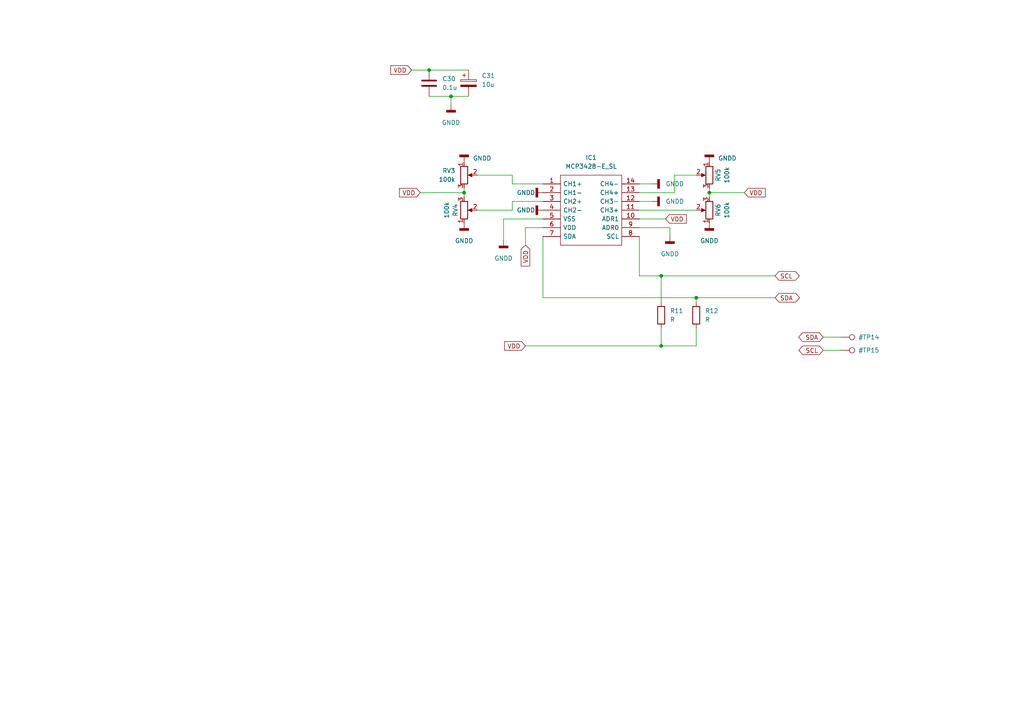
<source format=kicad_sch>
(kicad_sch (version 20211123) (generator eeschema)
  (paper "A4")
  (title_block (title "Control Stage") (date "2022-11-15") (rev "1"))
  (lib_symbols
    (symbol "Connector:TestPoint" (pin_numbers hide) (pin_names (offset 0.762) hide)
      (property "Reference" "TP" (at 0 6.858 0))
      (property "Value" "TestPoint" (at 0 5.08 0))
      (symbol "TestPoint_0_1"
        (circle (center 0 3.302) (radius 0.762))
      )
      (symbol "TestPoint_1_1"
        (pin passive line (at 0 0 90) (length 2.54) (name "1") (number "1"))
      )
    )
    (symbol "Device:C" (pin_numbers hide) (pin_names (offset 0.254))
      (property "Reference" "C" (at 0.635 2.54 0))
      (property "Value" "C" (at 0.635 -2.54 0))
      (symbol "C_0_1"
        (polyline (pts (xy -2.032 -0.762) (xy 2.032 -0.762)) (stroke (width 0.508)))
        (polyline (pts (xy -2.032 0.762) (xy 2.032 0.762)) (stroke (width 0.508)))
      )
      (symbol "C_1_1"
        (pin passive line (at 0 3.81 270) (length 2.794) (name "~") (number "1"))
        (pin passive line (at 0 -3.81 90) (length 2.794) (name "~") (number "2"))
      )
    )
    (symbol "Device:C_Polarized" (pin_numbers hide) (pin_names (offset 0.254))
      (property "Reference" "C" (at 0.635 2.54 0))
      (property "Value" "C_Polarized" (at 0.635 -2.54 0))
      (symbol "C_Polarized_0_1"
        (rectangle (start -2.286 0.508) (end 2.286 1.016))
        (polyline (pts (xy -1.778 2.286) (xy -0.762 2.286)))
        (polyline (pts (xy -1.27 2.794) (xy -1.27 1.778)))
        (rectangle (start 2.286 -0.508) (end -2.286 -1.016) (fill (type outline)))
      )
      (symbol "C_Polarized_1_1"
        (pin passive line (at 0 3.81 270) (length 2.794) (name "~") (number "1"))
        (pin passive line (at 0 -3.81 90) (length 2.794) (name "~") (number "2"))
      )
    )
    (symbol "Device:R" (pin_numbers hide) (pin_names (offset 0))
      (property "Reference" "R" (at 2.032 0 90))
      (property "Value" "R" (at 0 0 90))
      (symbol "R_0_1"
        (rectangle (start -1.016 -2.54) (end 1.016 2.54) (stroke (width 0.254)))
      )
      (symbol "R_1_1"
        (pin passive line (at 0 3.81 270) (length 1.27) (name "~") (number "1"))
        (pin passive line (at 0 -3.81 90) (length 1.27) (name "~") (number "2"))
      )
    )
    (symbol "Device:R_Potentiometer" (pin_names (offset 1.016) hide)
      (property "Reference" "RV" (at -4.445 0 90))
      (property "Value" "R_Potentiometer" (at -2.54 0 90))
      (symbol "R_Potentiometer_0_1"
        (polyline (pts (xy 2.54 0) (xy 1.524 0)))
        (polyline (pts (xy 1.143 0) (xy 2.286 0.508) (xy 2.286 -0.508) (xy 1.143 0)) (fill (type outline)))
        (rectangle (start 1.016 2.54) (end -1.016 -2.54) (stroke (width 0.254)))
      )
      (symbol "R_Potentiometer_1_1"
        (pin passive line (at 0 3.81 270) (length 1.27) (name "1") (number "1"))
        (pin passive line (at 3.81 0 180) (length 1.27) (name "2") (number "2"))
        (pin passive line (at 0 -3.81 90) (length 1.27) (name "3") (number "3"))
      )
    )
    (symbol "MCP3428-E_SL:MCP3428-E_SL" (pin_names (offset 0.762))
      (property "Reference" "IC" (at 24.13 7.62 0))
      (property "Value" "MCP3428-E_SL" (at 24.13 5.08 0))
      (symbol "MCP3428-E_SL_0_0"
        (pin passive line (at 0 0 0) (length 5.08) (name "CH1+") (number "1"))
        (pin passive line (at 27.94 -10.16 180) (length 5.08) (name "ADR1") (number "10"))
        (pin passive line (at 27.94 -7.62 180) (length 5.08) (name "CH3+") (number "11"))
        (pin passive line (at 27.94 -5.08 180) (length 5.08) (name "CH3-") (number "12"))
        (pin passive line (at 27.94 -2.54 180) (length 5.08) (name "CH4+") (number "13"))
        (pin passive line (at 27.94 0 180) (length 5.08) (name "CH4-") (number "14"))
        (pin passive line (at 0 -2.54 0) (length 5.08) (name "CH1-") (number "2"))
        (pin passive line (at 0 -5.08 0) (length 5.08) (name "CH2+") (number "3"))
        (pin passive line (at 0 -7.62 0) (length 5.08) (name "CH2-") (number "4"))
        (pin passive line (at 0 -10.16 0) (length 5.08) (name "VSS") (number "5"))
        (pin passive line (at 0 -12.7 0) (length 5.08) (name "VDD") (number "6"))
        (pin passive line (at 0 -15.24 0) (length 5.08) (name "SDA") (number "7"))
        (pin passive line (at 27.94 -15.24 180) (length 5.08) (name "SCL") (number "8"))
        (pin passive line (at 27.94 -12.7 180) (length 5.08) (name "ADR0") (number "9"))
      )
      (symbol "MCP3428-E_SL_0_1"
        (polyline (pts (xy 5.08 2.54) (xy 22.86 2.54) (xy 22.86 -17.78) (xy 5.08 -17.78) (xy 5.08 2.54)) (stroke (width 0.1524)))
      )
    )
    (symbol "power:GNDD" (power) (pin_names (offset 0))
      (property "Value" "GNDD" (at 0 -3.175 0))
      (symbol "GNDD_0_1"
        (rectangle (start -1.27 -1.524) (end 1.27 -2.032) (stroke (width 0.254)) (fill (type outline)))
        (polyline (pts (xy 0 0) (xy 0 -1.524)))
      )
      (symbol "GNDD_1_1"
        (pin power_in line (at 0 0 270) (length 0) hide (name "GNDD") (number "1"))
      )
    )
  )
  (junction (at 205.74 55.88))
  (junction (at 124.46 20.32))
  (junction (at 191.77 100.33))
  (junction (at 201.93 86.36))
  (junction (at 130.81 27.94))
  (junction (at 191.77 80.01))
  (junction (at 134.62 55.88))
  (wire (pts (xy 124.46 27.94) (xy 130.81 27.94)))
  (wire (pts (xy 121.92 55.88) (xy 134.62 55.88)))
  (wire (pts (xy 148.59 50.8) (xy 148.59 53.34)))
  (wire (pts (xy 205.74 55.88) (xy 205.74 57.15)))
  (wire (pts (xy 130.81 27.94) (xy 130.81 30.48)))
  (wire (pts (xy 185.42 53.34) (xy 189.23 53.34)))
  (wire (pts (xy 148.59 58.42) (xy 157.48 58.42)))
  (wire (pts (xy 152.4 100.33) (xy 191.77 100.33)))
  (wire (pts (xy 205.74 55.88) (xy 215.9 55.88)))
  (wire (pts (xy 201.93 100.33) (xy 201.93 95.25)))
  (wire (pts (xy 146.05 69.85) (xy 146.05 63.5)))
  (wire (pts (xy 134.62 55.88) (xy 134.62 57.15)))
  (wire (pts (xy 201.93 86.36) (xy 201.93 87.63)))
  (wire (pts (xy 185.42 63.5) (xy 193.04 63.5)))
  (wire (pts (xy 191.77 95.25) (xy 191.77 100.33)))
  (wire (pts (xy 191.77 80.01) (xy 224.79 80.01)))
  (wire (pts (xy 195.58 50.8) (xy 195.58 55.88)))
  (wire (pts (xy 130.81 27.94) (xy 135.89 27.94)))
  (wire (pts (xy 124.46 20.32) (xy 135.89 20.32)))
  (wire (pts (xy 201.93 86.36) (xy 224.79 86.36)))
  (wire (pts (xy 152.4 66.04) (xy 157.48 66.04)))
  (wire (pts (xy 157.48 68.58) (xy 157.48 86.36)))
  (wire (pts (xy 152.4 71.12) (xy 152.4 66.04)))
  (wire (pts (xy 146.05 63.5) (xy 157.48 63.5)))
  (wire (pts (xy 205.74 54.61) (xy 205.74 55.88)))
  (wire (pts (xy 185.42 80.01) (xy 191.77 80.01)))
  (wire (pts (xy 138.43 50.8) (xy 148.59 50.8)))
  (wire (pts (xy 238.76 97.79) (xy 243.84 97.79)))
  (wire (pts (xy 119.38 20.32) (xy 124.46 20.32)))
  (wire (pts (xy 191.77 100.33) (xy 201.93 100.33)))
  (wire (pts (xy 185.42 60.96) (xy 201.93 60.96)))
  (wire (pts (xy 138.43 60.96) (xy 148.59 60.96)))
  (wire (pts (xy 189.23 58.42) (xy 185.42 58.42)))
  (wire (pts (xy 157.48 86.36) (xy 201.93 86.36)))
  (wire (pts (xy 148.59 53.34) (xy 157.48 53.34)))
  (wire (pts (xy 194.31 66.04) (xy 194.31 68.58)))
  (wire (pts (xy 148.59 58.42) (xy 148.59 60.96)))
  (wire (pts (xy 201.93 50.8) (xy 195.58 50.8)))
  (wire (pts (xy 191.77 80.01) (xy 191.77 87.63)))
  (wire (pts (xy 134.62 54.61) (xy 134.62 55.88)))
  (wire (pts (xy 185.42 66.04) (xy 194.31 66.04)))
  (wire (pts (xy 195.58 55.88) (xy 185.42 55.88)))
  (wire (pts (xy 238.76 101.6) (xy 243.84 101.6)))
  (wire (pts (xy 185.42 68.58) (xy 185.42 80.01)))
  (global_label "SCL" (shape bidirectional) (at 224.79 80.01 0) (property "Intersheet References" "${INTERSHEET_REFS}" (effects hide)))
  (global_label "VDD" (shape input) (at 215.9 55.88 0) (property "Intersheet References" "${INTERSHEET_REFS}" (effects hide)))
  (global_label "VDD" (shape input) (at 193.04 63.5 0) (property "Intersheet References" "${INTERSHEET_REFS}" (effects hide)))
  (global_label "SDA" (shape bidirectional) (at 238.76 97.79 180) (property "Intersheet References" "${INTERSHEET_REFS}" (effects hide)))
  (global_label "VDD" (shape input) (at 119.38 20.32 180) (property "Intersheet References" "${INTERSHEET_REFS}" (effects hide)))
  (global_label "SDA" (shape bidirectional) (at 224.79 86.36 0) (property "Intersheet References" "${INTERSHEET_REFS}" (effects hide)))
  (global_label "SCL" (shape bidirectional) (at 238.76 101.6 180) (property "Intersheet References" "${INTERSHEET_REFS}" (effects hide)))
  (global_label "VDD" (shape input) (at 121.92 55.88 180) (property "Intersheet References" "${INTERSHEET_REFS}" (effects hide)))
  (global_label "VDD" (shape input) (at 152.4 71.12 270) (property "Intersheet References" "${INTERSHEET_REFS}" (effects hide)))
  (global_label "VDD" (shape input) (at 152.4 100.33 180) (property "Intersheet References" "${INTERSHEET_REFS}" (effects hide)))
  (symbol (lib_id "power:GNDD") (at 157.48 55.88 270) (unit 1)
    (property "Reference" "#PWR038" (effects hide))
    (property "Value" "GNDD" (at 149.86 55.88 90) (effects (justify left)))
  )
  (symbol (lib_id "Device:R_Potentiometer") (at 205.74 50.8 0) (mirror y) (unit 1)
    (property "Reference" "RV5" (at 208.28 50.8 90))
    (property "Value" "100k" (at 210.82 50.8 90))
    (property "Footprint" "Potentiometer_THT:Potentiometer_Bourns_PTV09A-1_Single_Vertical" (effects hide))
  )
  (symbol (lib_id "power:GNDD") (at 146.05 69.85 0) (unit 1)
    (property "Reference" "#PWR037" (effects hide))
    (property "Value" "GNDD" (at 146.05 74.93 0))
  )
  (symbol (lib_id "power:GNDD") (at 130.81 30.48 0) (unit 1)
    (property "Reference" "#PWR034" (effects hide))
    (property "Value" "GNDD" (at 130.81 35.56 0))
  )
  (symbol (lib_id "power:GNDD") (at 194.31 68.58 0) (unit 1)
    (property "Reference" "#PWR042" (effects hide))
    (property "Value" "GNDD" (at 194.31 73.66 0))
  )
  (symbol (lib_id "Device:R") (at 201.93 91.44 0) (unit 1)
    (property "Reference" "R12" (at 204.47 90.1699 0) (effects (justify left)))
    (property "Value" "R" (at 204.47 92.7099 0) (effects (justify left)))
    (property "Footprint" "Resistor_SMD:R_0805_2012Metric_Pad1.20x1.40mm_HandSolder" (effects hide))
  )
  (symbol (lib_id "power:GNDD") (at 134.62 64.77 0) (unit 1)
    (property "Reference" "#PWR036" (effects hide))
    (property "Value" "GNDD" (at 134.62 69.85 0))
  )
  (symbol (lib_id "power:GNDD") (at 157.48 60.96 270) (unit 1)
    (property "Reference" "#PWR039" (effects hide))
    (property "Value" "GNDD" (at 149.86 60.96 90) (effects (justify left)))
  )
  (symbol (lib_id "Connector:TestPoint") (at 243.84 101.6 270) (unit 1)
    (property "Reference" "#TP15" (at 248.92 101.5999 90) (effects (justify left)))
    (property "Value" "TestPoint" (effects hide))
    (property "Footprint" "TestPoint:TestPoint_THTPad_D1.5mm_Drill0.7mm" (effects hide))
  )
  (symbol (lib_id "power:GNDD") (at 189.23 53.34 90) (unit 1)
    (property "Reference" "#PWR040" (effects hide))
    (property "Value" "GNDD" (at 193.04 53.3399 90) (effects (justify right)))
  )
  (symbol (lib_id "power:GNDD") (at 205.74 46.99 180) (unit 1)
    (property "Reference" "#PWR043" (effects hide))
    (property "Value" "GNDD" (at 208.28 45.9104 0) (effects (justify right)))
  )
  (symbol (lib_id "Device:R_Potentiometer") (at 134.62 60.96 0) (mirror x) (unit 1)
    (property "Reference" "RV4" (at 132.08 60.96 90))
    (property "Value" "100k" (at 129.54 60.96 90))
    (property "Footprint" "Potentiometer_THT:Potentiometer_Bourns_PTV09A-1_Single_Vertical" (effects hide))
  )
  (symbol (lib_id "Connector:TestPoint") (at 243.84 97.79 270) (unit 1)
    (property "Reference" "#TP14" (at 248.92 97.7899 90) (effects (justify left)))
    (property "Value" "TestPoint" (effects hide))
    (property "Footprint" "TestPoint:TestPoint_THTPad_D1.5mm_Drill0.7mm" (effects hide))
  )
  (symbol (lib_id "power:GNDD") (at 134.62 46.99 180) (unit 1)
    (property "Reference" "#PWR035" (effects hide))
    (property "Value" "GNDD" (at 137.16 45.9104 0) (effects (justify right)))
  )
  (symbol (lib_id "Device:C") (at 124.46 24.13 0) (unit 1)
    (property "Reference" "C30" (at 128.27 22.8599 0) (effects (justify left)))
    (property "Value" "0.1u" (at 128.27 25.3999 0) (effects (justify left)))
    (property "Footprint" "Capacitor_SMD:C_0603_1608Metric_Pad1.08x0.95mm_HandSolder" (effects hide))
  )
  (symbol (lib_id "Device:R_Potentiometer") (at 134.62 50.8 0) (unit 1)
    (property "Reference" "RV3" (at 132.08 49.5299 0) (effects (justify right)))
    (property "Value" "100k" (at 132.08 52.0699 0) (effects (justify right)))
    (property "Footprint" "Potentiometer_THT:Potentiometer_Bourns_PTV09A-1_Single_Vertical" (effects hide))
  )
  (symbol (lib_id "power:GNDD") (at 189.23 58.42 90) (unit 1)
    (property "Reference" "#PWR041" (effects hide))
    (property "Value" "GNDD" (at 193.04 58.4199 90) (effects (justify right)))
  )
  (symbol (lib_id "power:GNDD") (at 205.74 64.77 0) (unit 1)
    (property "Reference" "#PWR044" (effects hide))
    (property "Value" "GNDD" (at 205.74 69.85 0))
  )
  (symbol (lib_id "MCP3428-E_SL:MCP3428-E_SL") (at 157.48 53.34 0) (unit 1)
    (property "Reference" "IC1" (at 171.45 45.72 0))
    (property "Value" "MCP3428-E_SL" (at 171.45 48.26 0))
    (property "Footprint" "MCP3428ESL:SOIC127P600X175-14N" (effects hide))
    (property "Datasheet" "https://datasheet.datasheetarchive.com/originals/distributors/Datasheets-DGA17/1031155.pdf" (effects hide))
    (property "Description" "16-bit delta-sigma ADC, quad channel" (effects hide))
    (property "Height" "1.75" (effects hide))
    (property "Mouser Part Number" "579-MCP3428E/SL" (effects hide))
    (property "Mouser Price/Stock" "https://www.mouser.co.uk/ProductDetail/Microchip-Technology-Atmel/MCP3428-E-SL?qs=icxrp76fIjD%2FAq4p7ExZpg%3D%3D" (effects hide))
    (property "Manufacturer_Name" "Microchip" (effects hide))
    (property "Manufacturer_Part_Number" "MCP3428-E/SL" (effects hide))
  )
  (symbol (lib_id "Device:R") (at 191.77 91.44 0) (unit 1)
    (property "Reference" "R11" (at 194.31 90.1699 0) (effects (justify left)))
    (property "Value" "R" (at 194.31 92.7099 0) (effects (justify left)))
    (property "Footprint" "Resistor_SMD:R_0805_2012Metric_Pad1.20x1.40mm_HandSolder" (effects hide))
  )
  (symbol (lib_id "Device:R_Potentiometer") (at 205.74 60.96 180) (unit 1)
    (property "Reference" "RV6" (at 208.28 60.96 90))
    (property "Value" "100k" (at 210.82 60.96 90))
    (property "Footprint" "Potentiometer_THT:Potentiometer_Bourns_PTV09A-1_Single_Vertical" (effects hide))
  )
  (symbol (lib_id "Device:C_Polarized") (at 135.89 24.13 0) (unit 1)
    (property "Reference" "C31" (at 139.7 21.9709 0) (effects (justify left)))
    (property "Value" "10u" (at 139.7 24.5109 0) (effects (justify left)))
    (property "Footprint" "Capacitor_THT:CP_Radial_D4.0mm_P2.00mm" (effects hide))
  )
)
</source>
